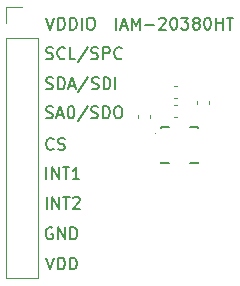
<source format=gbr>
%TF.GenerationSoftware,KiCad,Pcbnew,7.0.2-0*%
%TF.CreationDate,2023-06-08T14:22:34-07:00*%
%TF.ProjectId,IAM-20380HT_gyro,49414d2d-3230-4333-9830-48545f677972,rev?*%
%TF.SameCoordinates,Original*%
%TF.FileFunction,Legend,Top*%
%TF.FilePolarity,Positive*%
%FSLAX46Y46*%
G04 Gerber Fmt 4.6, Leading zero omitted, Abs format (unit mm)*
G04 Created by KiCad (PCBNEW 7.0.2-0) date 2023-06-08 14:22:34*
%MOMM*%
%LPD*%
G01*
G04 APERTURE LIST*
%ADD10C,0.150000*%
%ADD11C,0.120000*%
%ADD12C,0.127000*%
%ADD13C,0.100000*%
G04 APERTURE END LIST*
D10*
X135338095Y-103927619D02*
X135338095Y-102927619D01*
X135814285Y-103927619D02*
X135814285Y-102927619D01*
X135814285Y-102927619D02*
X136385713Y-103927619D01*
X136385713Y-103927619D02*
X136385713Y-102927619D01*
X136719047Y-102927619D02*
X137290475Y-102927619D01*
X137004761Y-103927619D02*
X137004761Y-102927619D01*
X138147618Y-103927619D02*
X137576190Y-103927619D01*
X137861904Y-103927619D02*
X137861904Y-102927619D01*
X137861904Y-102927619D02*
X137766666Y-103070476D01*
X137766666Y-103070476D02*
X137671428Y-103165714D01*
X137671428Y-103165714D02*
X137576190Y-103213333D01*
X135388095Y-106427619D02*
X135388095Y-105427619D01*
X135864285Y-106427619D02*
X135864285Y-105427619D01*
X135864285Y-105427619D02*
X136435713Y-106427619D01*
X136435713Y-106427619D02*
X136435713Y-105427619D01*
X136769047Y-105427619D02*
X137340475Y-105427619D01*
X137054761Y-106427619D02*
X137054761Y-105427619D01*
X137626190Y-105522857D02*
X137673809Y-105475238D01*
X137673809Y-105475238D02*
X137769047Y-105427619D01*
X137769047Y-105427619D02*
X138007142Y-105427619D01*
X138007142Y-105427619D02*
X138102380Y-105475238D01*
X138102380Y-105475238D02*
X138149999Y-105522857D01*
X138149999Y-105522857D02*
X138197618Y-105618095D01*
X138197618Y-105618095D02*
X138197618Y-105713333D01*
X138197618Y-105713333D02*
X138149999Y-105856190D01*
X138149999Y-105856190D02*
X137578571Y-106427619D01*
X137578571Y-106427619D02*
X138197618Y-106427619D01*
X135959523Y-101382380D02*
X135911904Y-101430000D01*
X135911904Y-101430000D02*
X135769047Y-101477619D01*
X135769047Y-101477619D02*
X135673809Y-101477619D01*
X135673809Y-101477619D02*
X135530952Y-101430000D01*
X135530952Y-101430000D02*
X135435714Y-101334761D01*
X135435714Y-101334761D02*
X135388095Y-101239523D01*
X135388095Y-101239523D02*
X135340476Y-101049047D01*
X135340476Y-101049047D02*
X135340476Y-100906190D01*
X135340476Y-100906190D02*
X135388095Y-100715714D01*
X135388095Y-100715714D02*
X135435714Y-100620476D01*
X135435714Y-100620476D02*
X135530952Y-100525238D01*
X135530952Y-100525238D02*
X135673809Y-100477619D01*
X135673809Y-100477619D02*
X135769047Y-100477619D01*
X135769047Y-100477619D02*
X135911904Y-100525238D01*
X135911904Y-100525238D02*
X135959523Y-100572857D01*
X136340476Y-101430000D02*
X136483333Y-101477619D01*
X136483333Y-101477619D02*
X136721428Y-101477619D01*
X136721428Y-101477619D02*
X136816666Y-101430000D01*
X136816666Y-101430000D02*
X136864285Y-101382380D01*
X136864285Y-101382380D02*
X136911904Y-101287142D01*
X136911904Y-101287142D02*
X136911904Y-101191904D01*
X136911904Y-101191904D02*
X136864285Y-101096666D01*
X136864285Y-101096666D02*
X136816666Y-101049047D01*
X136816666Y-101049047D02*
X136721428Y-101001428D01*
X136721428Y-101001428D02*
X136530952Y-100953809D01*
X136530952Y-100953809D02*
X136435714Y-100906190D01*
X136435714Y-100906190D02*
X136388095Y-100858571D01*
X136388095Y-100858571D02*
X136340476Y-100763333D01*
X136340476Y-100763333D02*
X136340476Y-100668095D01*
X136340476Y-100668095D02*
X136388095Y-100572857D01*
X136388095Y-100572857D02*
X136435714Y-100525238D01*
X136435714Y-100525238D02*
X136530952Y-100477619D01*
X136530952Y-100477619D02*
X136769047Y-100477619D01*
X136769047Y-100477619D02*
X136911904Y-100525238D01*
X135345238Y-90277619D02*
X135678571Y-91277619D01*
X135678571Y-91277619D02*
X136011904Y-90277619D01*
X136345238Y-91277619D02*
X136345238Y-90277619D01*
X136345238Y-90277619D02*
X136583333Y-90277619D01*
X136583333Y-90277619D02*
X136726190Y-90325238D01*
X136726190Y-90325238D02*
X136821428Y-90420476D01*
X136821428Y-90420476D02*
X136869047Y-90515714D01*
X136869047Y-90515714D02*
X136916666Y-90706190D01*
X136916666Y-90706190D02*
X136916666Y-90849047D01*
X136916666Y-90849047D02*
X136869047Y-91039523D01*
X136869047Y-91039523D02*
X136821428Y-91134761D01*
X136821428Y-91134761D02*
X136726190Y-91230000D01*
X136726190Y-91230000D02*
X136583333Y-91277619D01*
X136583333Y-91277619D02*
X136345238Y-91277619D01*
X137345238Y-91277619D02*
X137345238Y-90277619D01*
X137345238Y-90277619D02*
X137583333Y-90277619D01*
X137583333Y-90277619D02*
X137726190Y-90325238D01*
X137726190Y-90325238D02*
X137821428Y-90420476D01*
X137821428Y-90420476D02*
X137869047Y-90515714D01*
X137869047Y-90515714D02*
X137916666Y-90706190D01*
X137916666Y-90706190D02*
X137916666Y-90849047D01*
X137916666Y-90849047D02*
X137869047Y-91039523D01*
X137869047Y-91039523D02*
X137821428Y-91134761D01*
X137821428Y-91134761D02*
X137726190Y-91230000D01*
X137726190Y-91230000D02*
X137583333Y-91277619D01*
X137583333Y-91277619D02*
X137345238Y-91277619D01*
X138345238Y-91277619D02*
X138345238Y-90277619D01*
X139011904Y-90277619D02*
X139202380Y-90277619D01*
X139202380Y-90277619D02*
X139297618Y-90325238D01*
X139297618Y-90325238D02*
X139392856Y-90420476D01*
X139392856Y-90420476D02*
X139440475Y-90610952D01*
X139440475Y-90610952D02*
X139440475Y-90944285D01*
X139440475Y-90944285D02*
X139392856Y-91134761D01*
X139392856Y-91134761D02*
X139297618Y-91230000D01*
X139297618Y-91230000D02*
X139202380Y-91277619D01*
X139202380Y-91277619D02*
X139011904Y-91277619D01*
X139011904Y-91277619D02*
X138916666Y-91230000D01*
X138916666Y-91230000D02*
X138821428Y-91134761D01*
X138821428Y-91134761D02*
X138773809Y-90944285D01*
X138773809Y-90944285D02*
X138773809Y-90610952D01*
X138773809Y-90610952D02*
X138821428Y-90420476D01*
X138821428Y-90420476D02*
X138916666Y-90325238D01*
X138916666Y-90325238D02*
X139011904Y-90277619D01*
X135340476Y-98730000D02*
X135483333Y-98777619D01*
X135483333Y-98777619D02*
X135721428Y-98777619D01*
X135721428Y-98777619D02*
X135816666Y-98730000D01*
X135816666Y-98730000D02*
X135864285Y-98682380D01*
X135864285Y-98682380D02*
X135911904Y-98587142D01*
X135911904Y-98587142D02*
X135911904Y-98491904D01*
X135911904Y-98491904D02*
X135864285Y-98396666D01*
X135864285Y-98396666D02*
X135816666Y-98349047D01*
X135816666Y-98349047D02*
X135721428Y-98301428D01*
X135721428Y-98301428D02*
X135530952Y-98253809D01*
X135530952Y-98253809D02*
X135435714Y-98206190D01*
X135435714Y-98206190D02*
X135388095Y-98158571D01*
X135388095Y-98158571D02*
X135340476Y-98063333D01*
X135340476Y-98063333D02*
X135340476Y-97968095D01*
X135340476Y-97968095D02*
X135388095Y-97872857D01*
X135388095Y-97872857D02*
X135435714Y-97825238D01*
X135435714Y-97825238D02*
X135530952Y-97777619D01*
X135530952Y-97777619D02*
X135769047Y-97777619D01*
X135769047Y-97777619D02*
X135911904Y-97825238D01*
X136292857Y-98491904D02*
X136769047Y-98491904D01*
X136197619Y-98777619D02*
X136530952Y-97777619D01*
X136530952Y-97777619D02*
X136864285Y-98777619D01*
X137388095Y-97777619D02*
X137483333Y-97777619D01*
X137483333Y-97777619D02*
X137578571Y-97825238D01*
X137578571Y-97825238D02*
X137626190Y-97872857D01*
X137626190Y-97872857D02*
X137673809Y-97968095D01*
X137673809Y-97968095D02*
X137721428Y-98158571D01*
X137721428Y-98158571D02*
X137721428Y-98396666D01*
X137721428Y-98396666D02*
X137673809Y-98587142D01*
X137673809Y-98587142D02*
X137626190Y-98682380D01*
X137626190Y-98682380D02*
X137578571Y-98730000D01*
X137578571Y-98730000D02*
X137483333Y-98777619D01*
X137483333Y-98777619D02*
X137388095Y-98777619D01*
X137388095Y-98777619D02*
X137292857Y-98730000D01*
X137292857Y-98730000D02*
X137245238Y-98682380D01*
X137245238Y-98682380D02*
X137197619Y-98587142D01*
X137197619Y-98587142D02*
X137150000Y-98396666D01*
X137150000Y-98396666D02*
X137150000Y-98158571D01*
X137150000Y-98158571D02*
X137197619Y-97968095D01*
X137197619Y-97968095D02*
X137245238Y-97872857D01*
X137245238Y-97872857D02*
X137292857Y-97825238D01*
X137292857Y-97825238D02*
X137388095Y-97777619D01*
X138864285Y-97730000D02*
X138007143Y-99015714D01*
X139150000Y-98730000D02*
X139292857Y-98777619D01*
X139292857Y-98777619D02*
X139530952Y-98777619D01*
X139530952Y-98777619D02*
X139626190Y-98730000D01*
X139626190Y-98730000D02*
X139673809Y-98682380D01*
X139673809Y-98682380D02*
X139721428Y-98587142D01*
X139721428Y-98587142D02*
X139721428Y-98491904D01*
X139721428Y-98491904D02*
X139673809Y-98396666D01*
X139673809Y-98396666D02*
X139626190Y-98349047D01*
X139626190Y-98349047D02*
X139530952Y-98301428D01*
X139530952Y-98301428D02*
X139340476Y-98253809D01*
X139340476Y-98253809D02*
X139245238Y-98206190D01*
X139245238Y-98206190D02*
X139197619Y-98158571D01*
X139197619Y-98158571D02*
X139150000Y-98063333D01*
X139150000Y-98063333D02*
X139150000Y-97968095D01*
X139150000Y-97968095D02*
X139197619Y-97872857D01*
X139197619Y-97872857D02*
X139245238Y-97825238D01*
X139245238Y-97825238D02*
X139340476Y-97777619D01*
X139340476Y-97777619D02*
X139578571Y-97777619D01*
X139578571Y-97777619D02*
X139721428Y-97825238D01*
X140150000Y-98777619D02*
X140150000Y-97777619D01*
X140150000Y-97777619D02*
X140388095Y-97777619D01*
X140388095Y-97777619D02*
X140530952Y-97825238D01*
X140530952Y-97825238D02*
X140626190Y-97920476D01*
X140626190Y-97920476D02*
X140673809Y-98015714D01*
X140673809Y-98015714D02*
X140721428Y-98206190D01*
X140721428Y-98206190D02*
X140721428Y-98349047D01*
X140721428Y-98349047D02*
X140673809Y-98539523D01*
X140673809Y-98539523D02*
X140626190Y-98634761D01*
X140626190Y-98634761D02*
X140530952Y-98730000D01*
X140530952Y-98730000D02*
X140388095Y-98777619D01*
X140388095Y-98777619D02*
X140150000Y-98777619D01*
X141340476Y-97777619D02*
X141530952Y-97777619D01*
X141530952Y-97777619D02*
X141626190Y-97825238D01*
X141626190Y-97825238D02*
X141721428Y-97920476D01*
X141721428Y-97920476D02*
X141769047Y-98110952D01*
X141769047Y-98110952D02*
X141769047Y-98444285D01*
X141769047Y-98444285D02*
X141721428Y-98634761D01*
X141721428Y-98634761D02*
X141626190Y-98730000D01*
X141626190Y-98730000D02*
X141530952Y-98777619D01*
X141530952Y-98777619D02*
X141340476Y-98777619D01*
X141340476Y-98777619D02*
X141245238Y-98730000D01*
X141245238Y-98730000D02*
X141150000Y-98634761D01*
X141150000Y-98634761D02*
X141102381Y-98444285D01*
X141102381Y-98444285D02*
X141102381Y-98110952D01*
X141102381Y-98110952D02*
X141150000Y-97920476D01*
X141150000Y-97920476D02*
X141245238Y-97825238D01*
X141245238Y-97825238D02*
X141340476Y-97777619D01*
X141238095Y-91277619D02*
X141238095Y-90277619D01*
X141666666Y-90991904D02*
X142142856Y-90991904D01*
X141571428Y-91277619D02*
X141904761Y-90277619D01*
X141904761Y-90277619D02*
X142238094Y-91277619D01*
X142571428Y-91277619D02*
X142571428Y-90277619D01*
X142571428Y-90277619D02*
X142904761Y-90991904D01*
X142904761Y-90991904D02*
X143238094Y-90277619D01*
X143238094Y-90277619D02*
X143238094Y-91277619D01*
X143714285Y-90896666D02*
X144476190Y-90896666D01*
X144904761Y-90372857D02*
X144952380Y-90325238D01*
X144952380Y-90325238D02*
X145047618Y-90277619D01*
X145047618Y-90277619D02*
X145285713Y-90277619D01*
X145285713Y-90277619D02*
X145380951Y-90325238D01*
X145380951Y-90325238D02*
X145428570Y-90372857D01*
X145428570Y-90372857D02*
X145476189Y-90468095D01*
X145476189Y-90468095D02*
X145476189Y-90563333D01*
X145476189Y-90563333D02*
X145428570Y-90706190D01*
X145428570Y-90706190D02*
X144857142Y-91277619D01*
X144857142Y-91277619D02*
X145476189Y-91277619D01*
X146095237Y-90277619D02*
X146190475Y-90277619D01*
X146190475Y-90277619D02*
X146285713Y-90325238D01*
X146285713Y-90325238D02*
X146333332Y-90372857D01*
X146333332Y-90372857D02*
X146380951Y-90468095D01*
X146380951Y-90468095D02*
X146428570Y-90658571D01*
X146428570Y-90658571D02*
X146428570Y-90896666D01*
X146428570Y-90896666D02*
X146380951Y-91087142D01*
X146380951Y-91087142D02*
X146333332Y-91182380D01*
X146333332Y-91182380D02*
X146285713Y-91230000D01*
X146285713Y-91230000D02*
X146190475Y-91277619D01*
X146190475Y-91277619D02*
X146095237Y-91277619D01*
X146095237Y-91277619D02*
X145999999Y-91230000D01*
X145999999Y-91230000D02*
X145952380Y-91182380D01*
X145952380Y-91182380D02*
X145904761Y-91087142D01*
X145904761Y-91087142D02*
X145857142Y-90896666D01*
X145857142Y-90896666D02*
X145857142Y-90658571D01*
X145857142Y-90658571D02*
X145904761Y-90468095D01*
X145904761Y-90468095D02*
X145952380Y-90372857D01*
X145952380Y-90372857D02*
X145999999Y-90325238D01*
X145999999Y-90325238D02*
X146095237Y-90277619D01*
X146761904Y-90277619D02*
X147380951Y-90277619D01*
X147380951Y-90277619D02*
X147047618Y-90658571D01*
X147047618Y-90658571D02*
X147190475Y-90658571D01*
X147190475Y-90658571D02*
X147285713Y-90706190D01*
X147285713Y-90706190D02*
X147333332Y-90753809D01*
X147333332Y-90753809D02*
X147380951Y-90849047D01*
X147380951Y-90849047D02*
X147380951Y-91087142D01*
X147380951Y-91087142D02*
X147333332Y-91182380D01*
X147333332Y-91182380D02*
X147285713Y-91230000D01*
X147285713Y-91230000D02*
X147190475Y-91277619D01*
X147190475Y-91277619D02*
X146904761Y-91277619D01*
X146904761Y-91277619D02*
X146809523Y-91230000D01*
X146809523Y-91230000D02*
X146761904Y-91182380D01*
X147952380Y-90706190D02*
X147857142Y-90658571D01*
X147857142Y-90658571D02*
X147809523Y-90610952D01*
X147809523Y-90610952D02*
X147761904Y-90515714D01*
X147761904Y-90515714D02*
X147761904Y-90468095D01*
X147761904Y-90468095D02*
X147809523Y-90372857D01*
X147809523Y-90372857D02*
X147857142Y-90325238D01*
X147857142Y-90325238D02*
X147952380Y-90277619D01*
X147952380Y-90277619D02*
X148142856Y-90277619D01*
X148142856Y-90277619D02*
X148238094Y-90325238D01*
X148238094Y-90325238D02*
X148285713Y-90372857D01*
X148285713Y-90372857D02*
X148333332Y-90468095D01*
X148333332Y-90468095D02*
X148333332Y-90515714D01*
X148333332Y-90515714D02*
X148285713Y-90610952D01*
X148285713Y-90610952D02*
X148238094Y-90658571D01*
X148238094Y-90658571D02*
X148142856Y-90706190D01*
X148142856Y-90706190D02*
X147952380Y-90706190D01*
X147952380Y-90706190D02*
X147857142Y-90753809D01*
X147857142Y-90753809D02*
X147809523Y-90801428D01*
X147809523Y-90801428D02*
X147761904Y-90896666D01*
X147761904Y-90896666D02*
X147761904Y-91087142D01*
X147761904Y-91087142D02*
X147809523Y-91182380D01*
X147809523Y-91182380D02*
X147857142Y-91230000D01*
X147857142Y-91230000D02*
X147952380Y-91277619D01*
X147952380Y-91277619D02*
X148142856Y-91277619D01*
X148142856Y-91277619D02*
X148238094Y-91230000D01*
X148238094Y-91230000D02*
X148285713Y-91182380D01*
X148285713Y-91182380D02*
X148333332Y-91087142D01*
X148333332Y-91087142D02*
X148333332Y-90896666D01*
X148333332Y-90896666D02*
X148285713Y-90801428D01*
X148285713Y-90801428D02*
X148238094Y-90753809D01*
X148238094Y-90753809D02*
X148142856Y-90706190D01*
X148952380Y-90277619D02*
X149047618Y-90277619D01*
X149047618Y-90277619D02*
X149142856Y-90325238D01*
X149142856Y-90325238D02*
X149190475Y-90372857D01*
X149190475Y-90372857D02*
X149238094Y-90468095D01*
X149238094Y-90468095D02*
X149285713Y-90658571D01*
X149285713Y-90658571D02*
X149285713Y-90896666D01*
X149285713Y-90896666D02*
X149238094Y-91087142D01*
X149238094Y-91087142D02*
X149190475Y-91182380D01*
X149190475Y-91182380D02*
X149142856Y-91230000D01*
X149142856Y-91230000D02*
X149047618Y-91277619D01*
X149047618Y-91277619D02*
X148952380Y-91277619D01*
X148952380Y-91277619D02*
X148857142Y-91230000D01*
X148857142Y-91230000D02*
X148809523Y-91182380D01*
X148809523Y-91182380D02*
X148761904Y-91087142D01*
X148761904Y-91087142D02*
X148714285Y-90896666D01*
X148714285Y-90896666D02*
X148714285Y-90658571D01*
X148714285Y-90658571D02*
X148761904Y-90468095D01*
X148761904Y-90468095D02*
X148809523Y-90372857D01*
X148809523Y-90372857D02*
X148857142Y-90325238D01*
X148857142Y-90325238D02*
X148952380Y-90277619D01*
X149714285Y-91277619D02*
X149714285Y-90277619D01*
X149714285Y-90753809D02*
X150285713Y-90753809D01*
X150285713Y-91277619D02*
X150285713Y-90277619D01*
X150619047Y-90277619D02*
X151190475Y-90277619D01*
X150904761Y-91277619D02*
X150904761Y-90277619D01*
X135861904Y-108075238D02*
X135766666Y-108027619D01*
X135766666Y-108027619D02*
X135623809Y-108027619D01*
X135623809Y-108027619D02*
X135480952Y-108075238D01*
X135480952Y-108075238D02*
X135385714Y-108170476D01*
X135385714Y-108170476D02*
X135338095Y-108265714D01*
X135338095Y-108265714D02*
X135290476Y-108456190D01*
X135290476Y-108456190D02*
X135290476Y-108599047D01*
X135290476Y-108599047D02*
X135338095Y-108789523D01*
X135338095Y-108789523D02*
X135385714Y-108884761D01*
X135385714Y-108884761D02*
X135480952Y-108980000D01*
X135480952Y-108980000D02*
X135623809Y-109027619D01*
X135623809Y-109027619D02*
X135719047Y-109027619D01*
X135719047Y-109027619D02*
X135861904Y-108980000D01*
X135861904Y-108980000D02*
X135909523Y-108932380D01*
X135909523Y-108932380D02*
X135909523Y-108599047D01*
X135909523Y-108599047D02*
X135719047Y-108599047D01*
X136338095Y-109027619D02*
X136338095Y-108027619D01*
X136338095Y-108027619D02*
X136909523Y-109027619D01*
X136909523Y-109027619D02*
X136909523Y-108027619D01*
X137385714Y-109027619D02*
X137385714Y-108027619D01*
X137385714Y-108027619D02*
X137623809Y-108027619D01*
X137623809Y-108027619D02*
X137766666Y-108075238D01*
X137766666Y-108075238D02*
X137861904Y-108170476D01*
X137861904Y-108170476D02*
X137909523Y-108265714D01*
X137909523Y-108265714D02*
X137957142Y-108456190D01*
X137957142Y-108456190D02*
X137957142Y-108599047D01*
X137957142Y-108599047D02*
X137909523Y-108789523D01*
X137909523Y-108789523D02*
X137861904Y-108884761D01*
X137861904Y-108884761D02*
X137766666Y-108980000D01*
X137766666Y-108980000D02*
X137623809Y-109027619D01*
X137623809Y-109027619D02*
X137385714Y-109027619D01*
X135345238Y-110577619D02*
X135678571Y-111577619D01*
X135678571Y-111577619D02*
X136011904Y-110577619D01*
X136345238Y-111577619D02*
X136345238Y-110577619D01*
X136345238Y-110577619D02*
X136583333Y-110577619D01*
X136583333Y-110577619D02*
X136726190Y-110625238D01*
X136726190Y-110625238D02*
X136821428Y-110720476D01*
X136821428Y-110720476D02*
X136869047Y-110815714D01*
X136869047Y-110815714D02*
X136916666Y-111006190D01*
X136916666Y-111006190D02*
X136916666Y-111149047D01*
X136916666Y-111149047D02*
X136869047Y-111339523D01*
X136869047Y-111339523D02*
X136821428Y-111434761D01*
X136821428Y-111434761D02*
X136726190Y-111530000D01*
X136726190Y-111530000D02*
X136583333Y-111577619D01*
X136583333Y-111577619D02*
X136345238Y-111577619D01*
X137345238Y-111577619D02*
X137345238Y-110577619D01*
X137345238Y-110577619D02*
X137583333Y-110577619D01*
X137583333Y-110577619D02*
X137726190Y-110625238D01*
X137726190Y-110625238D02*
X137821428Y-110720476D01*
X137821428Y-110720476D02*
X137869047Y-110815714D01*
X137869047Y-110815714D02*
X137916666Y-111006190D01*
X137916666Y-111006190D02*
X137916666Y-111149047D01*
X137916666Y-111149047D02*
X137869047Y-111339523D01*
X137869047Y-111339523D02*
X137821428Y-111434761D01*
X137821428Y-111434761D02*
X137726190Y-111530000D01*
X137726190Y-111530000D02*
X137583333Y-111577619D01*
X137583333Y-111577619D02*
X137345238Y-111577619D01*
X135340476Y-93730000D02*
X135483333Y-93777619D01*
X135483333Y-93777619D02*
X135721428Y-93777619D01*
X135721428Y-93777619D02*
X135816666Y-93730000D01*
X135816666Y-93730000D02*
X135864285Y-93682380D01*
X135864285Y-93682380D02*
X135911904Y-93587142D01*
X135911904Y-93587142D02*
X135911904Y-93491904D01*
X135911904Y-93491904D02*
X135864285Y-93396666D01*
X135864285Y-93396666D02*
X135816666Y-93349047D01*
X135816666Y-93349047D02*
X135721428Y-93301428D01*
X135721428Y-93301428D02*
X135530952Y-93253809D01*
X135530952Y-93253809D02*
X135435714Y-93206190D01*
X135435714Y-93206190D02*
X135388095Y-93158571D01*
X135388095Y-93158571D02*
X135340476Y-93063333D01*
X135340476Y-93063333D02*
X135340476Y-92968095D01*
X135340476Y-92968095D02*
X135388095Y-92872857D01*
X135388095Y-92872857D02*
X135435714Y-92825238D01*
X135435714Y-92825238D02*
X135530952Y-92777619D01*
X135530952Y-92777619D02*
X135769047Y-92777619D01*
X135769047Y-92777619D02*
X135911904Y-92825238D01*
X136911904Y-93682380D02*
X136864285Y-93730000D01*
X136864285Y-93730000D02*
X136721428Y-93777619D01*
X136721428Y-93777619D02*
X136626190Y-93777619D01*
X136626190Y-93777619D02*
X136483333Y-93730000D01*
X136483333Y-93730000D02*
X136388095Y-93634761D01*
X136388095Y-93634761D02*
X136340476Y-93539523D01*
X136340476Y-93539523D02*
X136292857Y-93349047D01*
X136292857Y-93349047D02*
X136292857Y-93206190D01*
X136292857Y-93206190D02*
X136340476Y-93015714D01*
X136340476Y-93015714D02*
X136388095Y-92920476D01*
X136388095Y-92920476D02*
X136483333Y-92825238D01*
X136483333Y-92825238D02*
X136626190Y-92777619D01*
X136626190Y-92777619D02*
X136721428Y-92777619D01*
X136721428Y-92777619D02*
X136864285Y-92825238D01*
X136864285Y-92825238D02*
X136911904Y-92872857D01*
X137816666Y-93777619D02*
X137340476Y-93777619D01*
X137340476Y-93777619D02*
X137340476Y-92777619D01*
X138864285Y-92730000D02*
X138007143Y-94015714D01*
X139150000Y-93730000D02*
X139292857Y-93777619D01*
X139292857Y-93777619D02*
X139530952Y-93777619D01*
X139530952Y-93777619D02*
X139626190Y-93730000D01*
X139626190Y-93730000D02*
X139673809Y-93682380D01*
X139673809Y-93682380D02*
X139721428Y-93587142D01*
X139721428Y-93587142D02*
X139721428Y-93491904D01*
X139721428Y-93491904D02*
X139673809Y-93396666D01*
X139673809Y-93396666D02*
X139626190Y-93349047D01*
X139626190Y-93349047D02*
X139530952Y-93301428D01*
X139530952Y-93301428D02*
X139340476Y-93253809D01*
X139340476Y-93253809D02*
X139245238Y-93206190D01*
X139245238Y-93206190D02*
X139197619Y-93158571D01*
X139197619Y-93158571D02*
X139150000Y-93063333D01*
X139150000Y-93063333D02*
X139150000Y-92968095D01*
X139150000Y-92968095D02*
X139197619Y-92872857D01*
X139197619Y-92872857D02*
X139245238Y-92825238D01*
X139245238Y-92825238D02*
X139340476Y-92777619D01*
X139340476Y-92777619D02*
X139578571Y-92777619D01*
X139578571Y-92777619D02*
X139721428Y-92825238D01*
X140150000Y-93777619D02*
X140150000Y-92777619D01*
X140150000Y-92777619D02*
X140530952Y-92777619D01*
X140530952Y-92777619D02*
X140626190Y-92825238D01*
X140626190Y-92825238D02*
X140673809Y-92872857D01*
X140673809Y-92872857D02*
X140721428Y-92968095D01*
X140721428Y-92968095D02*
X140721428Y-93110952D01*
X140721428Y-93110952D02*
X140673809Y-93206190D01*
X140673809Y-93206190D02*
X140626190Y-93253809D01*
X140626190Y-93253809D02*
X140530952Y-93301428D01*
X140530952Y-93301428D02*
X140150000Y-93301428D01*
X141721428Y-93682380D02*
X141673809Y-93730000D01*
X141673809Y-93730000D02*
X141530952Y-93777619D01*
X141530952Y-93777619D02*
X141435714Y-93777619D01*
X141435714Y-93777619D02*
X141292857Y-93730000D01*
X141292857Y-93730000D02*
X141197619Y-93634761D01*
X141197619Y-93634761D02*
X141150000Y-93539523D01*
X141150000Y-93539523D02*
X141102381Y-93349047D01*
X141102381Y-93349047D02*
X141102381Y-93206190D01*
X141102381Y-93206190D02*
X141150000Y-93015714D01*
X141150000Y-93015714D02*
X141197619Y-92920476D01*
X141197619Y-92920476D02*
X141292857Y-92825238D01*
X141292857Y-92825238D02*
X141435714Y-92777619D01*
X141435714Y-92777619D02*
X141530952Y-92777619D01*
X141530952Y-92777619D02*
X141673809Y-92825238D01*
X141673809Y-92825238D02*
X141721428Y-92872857D01*
X135340476Y-96280000D02*
X135483333Y-96327619D01*
X135483333Y-96327619D02*
X135721428Y-96327619D01*
X135721428Y-96327619D02*
X135816666Y-96280000D01*
X135816666Y-96280000D02*
X135864285Y-96232380D01*
X135864285Y-96232380D02*
X135911904Y-96137142D01*
X135911904Y-96137142D02*
X135911904Y-96041904D01*
X135911904Y-96041904D02*
X135864285Y-95946666D01*
X135864285Y-95946666D02*
X135816666Y-95899047D01*
X135816666Y-95899047D02*
X135721428Y-95851428D01*
X135721428Y-95851428D02*
X135530952Y-95803809D01*
X135530952Y-95803809D02*
X135435714Y-95756190D01*
X135435714Y-95756190D02*
X135388095Y-95708571D01*
X135388095Y-95708571D02*
X135340476Y-95613333D01*
X135340476Y-95613333D02*
X135340476Y-95518095D01*
X135340476Y-95518095D02*
X135388095Y-95422857D01*
X135388095Y-95422857D02*
X135435714Y-95375238D01*
X135435714Y-95375238D02*
X135530952Y-95327619D01*
X135530952Y-95327619D02*
X135769047Y-95327619D01*
X135769047Y-95327619D02*
X135911904Y-95375238D01*
X136340476Y-96327619D02*
X136340476Y-95327619D01*
X136340476Y-95327619D02*
X136578571Y-95327619D01*
X136578571Y-95327619D02*
X136721428Y-95375238D01*
X136721428Y-95375238D02*
X136816666Y-95470476D01*
X136816666Y-95470476D02*
X136864285Y-95565714D01*
X136864285Y-95565714D02*
X136911904Y-95756190D01*
X136911904Y-95756190D02*
X136911904Y-95899047D01*
X136911904Y-95899047D02*
X136864285Y-96089523D01*
X136864285Y-96089523D02*
X136816666Y-96184761D01*
X136816666Y-96184761D02*
X136721428Y-96280000D01*
X136721428Y-96280000D02*
X136578571Y-96327619D01*
X136578571Y-96327619D02*
X136340476Y-96327619D01*
X137292857Y-96041904D02*
X137769047Y-96041904D01*
X137197619Y-96327619D02*
X137530952Y-95327619D01*
X137530952Y-95327619D02*
X137864285Y-96327619D01*
X138911904Y-95280000D02*
X138054762Y-96565714D01*
X139197619Y-96280000D02*
X139340476Y-96327619D01*
X139340476Y-96327619D02*
X139578571Y-96327619D01*
X139578571Y-96327619D02*
X139673809Y-96280000D01*
X139673809Y-96280000D02*
X139721428Y-96232380D01*
X139721428Y-96232380D02*
X139769047Y-96137142D01*
X139769047Y-96137142D02*
X139769047Y-96041904D01*
X139769047Y-96041904D02*
X139721428Y-95946666D01*
X139721428Y-95946666D02*
X139673809Y-95899047D01*
X139673809Y-95899047D02*
X139578571Y-95851428D01*
X139578571Y-95851428D02*
X139388095Y-95803809D01*
X139388095Y-95803809D02*
X139292857Y-95756190D01*
X139292857Y-95756190D02*
X139245238Y-95708571D01*
X139245238Y-95708571D02*
X139197619Y-95613333D01*
X139197619Y-95613333D02*
X139197619Y-95518095D01*
X139197619Y-95518095D02*
X139245238Y-95422857D01*
X139245238Y-95422857D02*
X139292857Y-95375238D01*
X139292857Y-95375238D02*
X139388095Y-95327619D01*
X139388095Y-95327619D02*
X139626190Y-95327619D01*
X139626190Y-95327619D02*
X139769047Y-95375238D01*
X140197619Y-96327619D02*
X140197619Y-95327619D01*
X140197619Y-95327619D02*
X140435714Y-95327619D01*
X140435714Y-95327619D02*
X140578571Y-95375238D01*
X140578571Y-95375238D02*
X140673809Y-95470476D01*
X140673809Y-95470476D02*
X140721428Y-95565714D01*
X140721428Y-95565714D02*
X140769047Y-95756190D01*
X140769047Y-95756190D02*
X140769047Y-95899047D01*
X140769047Y-95899047D02*
X140721428Y-96089523D01*
X140721428Y-96089523D02*
X140673809Y-96184761D01*
X140673809Y-96184761D02*
X140578571Y-96280000D01*
X140578571Y-96280000D02*
X140435714Y-96327619D01*
X140435714Y-96327619D02*
X140197619Y-96327619D01*
X141197619Y-96327619D02*
X141197619Y-95327619D01*
D11*
%TO.C,C1*%
X148140000Y-97590580D02*
X148140000Y-97309420D01*
X149160000Y-97590580D02*
X149160000Y-97309420D01*
%TO.C,C4*%
X146440580Y-98710000D02*
X146159420Y-98710000D01*
X146440580Y-97690000D02*
X146159420Y-97690000D01*
%TO.C,C3*%
X143140000Y-98790580D02*
X143140000Y-98509420D01*
X144160000Y-98790580D02*
X144160000Y-98509420D01*
%TO.C,U2*%
X131970000Y-89370000D02*
X133300000Y-89370000D01*
X131970000Y-90700000D02*
X131970000Y-89370000D01*
X131970000Y-91970000D02*
X131970000Y-112350000D01*
X131970000Y-91970000D02*
X134630000Y-91970000D01*
X131970000Y-112350000D02*
X134630000Y-112350000D01*
X134630000Y-91970000D02*
X134630000Y-112350000D01*
%TO.C,C2*%
X146440580Y-97110000D02*
X146159420Y-97110000D01*
X146440580Y-96090000D02*
X146159420Y-96090000D01*
D12*
%TO.C,U1*%
X145050000Y-99500000D02*
X145700000Y-99500000D01*
X145050000Y-99650000D02*
X145050000Y-99500000D01*
X145050000Y-102450000D02*
X145050000Y-102600000D01*
X145050000Y-102600000D02*
X145700000Y-102600000D01*
X147500000Y-99500000D02*
X148150000Y-99500000D01*
X147500000Y-102600000D02*
X148150000Y-102600000D01*
X148150000Y-99500000D02*
X148150000Y-99650000D01*
X148150000Y-102600000D02*
X148150000Y-102450000D01*
D13*
X144650000Y-100050000D02*
G75*
G03*
X144650000Y-100050000I-50000J0D01*
G01*
%TD*%
M02*

</source>
